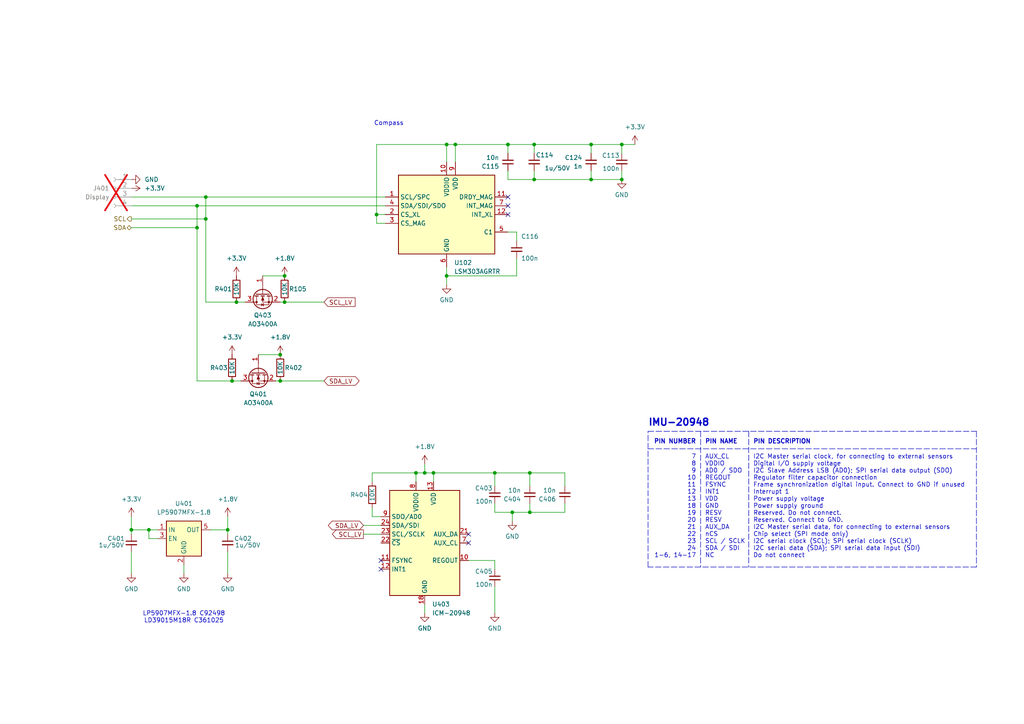
<source format=kicad_sch>
(kicad_sch (version 20250114) (generator "eeschema") (generator_version "9.0")
  (paper "A4")
  (title_block (title "SUB CPU") (date "2025-06-10") (rev "V2.1") (company "NicE Engineering"))
  (lib_symbols
    (symbol "+3.3V_1" (power) (pin_numbers (hide yes)) (pin_names (offset 0) (hide yes))
      (property "Value" "+3.3V" (at 0 3.556 0))
      (symbol "+3.3V_1_0_1"
        (polyline (pts (xy -0.762 1.27) (xy 0 2.54)))
        (polyline (pts (xy 0 2.54) (xy 0.762 1.27)))
        (polyline (pts (xy 0 0) (xy 0 2.54)))
      )
      (symbol "+3.3V_1_1_1"
        (pin power_in line (at 0 0 90) (length 0) (name "~") (number "1"))
      )
    )
    (symbol "Connector:Conn_01x04_Socket" (pin_names (offset 1.016) (hide yes))
      (property "Reference" "J" (at 0 5.08 0))
      (property "Value" "Conn_01x04_Socket" (at 0 -7.62 0))
      (symbol "Conn_01x04_Socket_1_1"
        (polyline (pts (xy -1.27 2.54) (xy -0.508 2.54)) (stroke (width 0.1524)))
        (polyline (pts (xy -1.27 0) (xy -0.508 0)) (stroke (width 0.1524)))
        (polyline (pts (xy -1.27 -2.54) (xy -0.508 -2.54)) (stroke (width 0.1524)))
        (polyline (pts (xy -1.27 -5.08) (xy -0.508 -5.08)) (stroke (width 0.1524)))
        (arc (start 0 2.032) (mid -0.5058 2.54) (end 0 3.048) (stroke (width 0.1524)))
        (arc (start 0 -0.508) (mid -0.5058 0) (end 0 0.508) (stroke (width 0.1524)))
        (arc (start 0 -3.048) (mid -0.5058 -2.54) (end 0 -2.032) (stroke (width 0.1524)))
        (arc (start 0 -5.588) (mid -0.5058 -5.08) (end 0 -4.572) (stroke (width 0.1524)))
        (pin passive line (at -5.08 2.54 0) (length 3.81) (name "Pin_1") (number "1"))
        (pin passive line (at -5.08 0 0) (length 3.81) (name "Pin_2") (number "2"))
        (pin passive line (at -5.08 -2.54 0) (length 3.81) (name "Pin_3") (number "3"))
        (pin passive line (at -5.08 -5.08 0) (length 3.81) (name "Pin_4") (number "4"))
      )
    )
    (symbol "Device:C_Small" (pin_numbers (hide yes)) (pin_names (offset 0.254) (hide yes))
      (property "Reference" "C" (at 0.254 1.778 0))
      (property "Value" "C_Small" (at 0.254 -2.032 0))
      (symbol "C_Small_0_1"
        (polyline (pts (xy -1.524 0.508) (xy 1.524 0.508)) (stroke (width 0.3048)))
        (polyline (pts (xy -1.524 -0.508) (xy 1.524 -0.508)) (stroke (width 0.3302)))
      )
      (symbol "C_Small_1_1"
        (pin passive line (at 0 2.54 270) (length 2.032) (name "~") (number "1"))
        (pin passive line (at 0 -2.54 90) (length 2.032) (name "~") (number "2"))
      )
    )
    (symbol "Device:R" (pin_numbers (hide yes)) (pin_names (offset 0))
      (property "Reference" "R" (at 2.032 0 90))
      (property "Value" "R" (at 0 0 90))
      (symbol "R_0_1"
        (rectangle (start -1.016 -2.54) (end 1.016 2.54) (stroke (width 0.254)))
      )
      (symbol "R_1_1"
        (pin passive line (at 0 3.81 270) (length 1.27) (name "~") (number "1"))
        (pin passive line (at 0 -3.81 90) (length 1.27) (name "~") (number "2"))
      )
    )
    (symbol "NicE:ICM-20948"
      (property "Reference" "U" (at -11.43 16.51 0))
      (property "Value" "ICM-20948" (at 7.62 -16.51 0))
      (symbol "ICM-20948_0_1"
        (rectangle (start -10.16 15.24) (end 10.16 -15.24) (stroke (width 0.254)) (fill (type background)))
      )
      (symbol "ICM-20948_1_1"
        (pin bidirectional line (at -12.7 7.62 0) (length 2.54) (name "SDO/AD0") (number "9"))
        (pin bidirectional line (at -12.7 5.08 0) (length 2.54) (name "SDA/SDI") (number "24"))
        (pin input line (at -12.7 2.54 0) (length 2.54) (name "SCL/SCLK") (number "23"))
        (pin input line (at -12.7 0 0) (length 2.54) (name "~{CS}") (number "22"))
        (pin input line (at -12.7 -5.08 0) (length 2.54) (name "FSYNC") (number "11"))
        (pin output line (at -12.7 -7.62 0) (length 2.54) (name "INT1") (number "12"))
        (pin no_connect line (at -10.16 12.7 0) (length 2.54) (hide yes) (name "NC") (number "1"))
        (pin no_connect line (at -10.16 10.16 0) (length 2.54) (hide yes) (name "NC") (number "2"))
        (pin no_connect line (at -10.16 -2.54 0) (length 2.54) (hide yes) (name "NC") (number "3"))
        (pin no_connect line (at -10.16 -10.16 0) (length 2.54) (hide yes) (name "NC") (number "4"))
        (pin no_connect line (at -10.16 -12.7 0) (length 2.54) (hide yes) (name "NC") (number "5"))
        (pin power_in line (at -2.54 17.78 270) (length 2.54) (name "VDDIO") (number "8"))
        (pin power_in line (at 0 -17.78 90) (length 2.54) (name "GND") (number "18"))
        (pin passive line (at 0 -17.78 90) (length 2.54) (hide yes) (name "GND") (number "20"))
        (pin power_in line (at 2.54 17.78 270) (length 2.54) (name "VDD") (number "13"))
        (pin no_connect line (at 10.16 10.16 180) (length 2.54) (hide yes) (name "NC") (number "6"))
        (pin no_connect line (at 10.16 7.62 180) (length 2.54) (hide yes) (name "NC") (number "14"))
        (pin no_connect line (at 10.16 5.08 180) (length 2.54) (hide yes) (name "NC") (number "15"))
        (pin no_connect line (at 10.16 -7.62 180) (length 2.54) (hide yes) (name "NC") (number "16"))
        (pin no_connect line (at 10.16 -10.16 180) (length 2.54) (hide yes) (name "NC") (number "17"))
        (pin no_connect line (at 10.16 -12.7 180) (length 2.54) (hide yes) (name "RESV") (number "19"))
        (pin bidirectional line (at 12.7 2.54 180) (length 2.54) (name "AUX_DA") (number "21"))
        (pin output line (at 12.7 0 180) (length 2.54) (name "AUX_CL") (number "7"))
        (pin passive line (at 12.7 -5.08 180) (length 2.54) (name "REGOUT") (number "10"))
      )
    )
    (symbol "Regulator_Linear:LP5907MFX-1.8"
      (property "Reference" "U" (at -3.81 6.35 0))
      (property "Value" "LP5907MFX-1.8" (at 6.35 6.35 0))
      (symbol "LP5907MFX-1.8_0_1"
        (rectangle (start -5.08 -5.08) (end 5.08 5.08) (stroke (width 0.254)) (fill (type background)))
        (pin power_in line (at -7.62 2.54 0) (length 2.54) (name "IN") (number "1"))
        (pin input line (at -7.62 0 0) (length 2.54) (name "EN") (number "3"))
        (pin power_in line (at 0 -7.62 90) (length 2.54) (name "GND") (number "2"))
        (pin no_connect line (at 5.08 0 180) (length 2.54) (hide yes) (name "NC") (number "4"))
        (pin power_out line (at 7.62 2.54 180) (length 2.54) (name "OUT") (number "5"))
      )
    )
    (symbol "Sensor_Motion:LSM303C"
      (property "Reference" "U" (at -11.43 15.24 0))
      (property "Value" "LSM303C" (at -5.08 13.97 0))
      (symbol "LSM303C_0_1"
        (rectangle (start 13.97 11.43) (end -13.97 -11.43) (stroke (width 0.254)) (fill (type background)))
      )
      (symbol "LSM303C_1_1"
        (pin input line (at -17.78 5.08 0) (length 3.81) (name "SCL/SPC") (number "1"))
        (pin bidirectional line (at -17.78 2.54 0) (length 3.81) (name "SDA/SDI/SDO") (number "4"))
        (pin input line (at -17.78 0 0) (length 3.81) (name "CS_XL") (number "2"))
        (pin input line (at -17.78 -2.54 0) (length 3.81) (name "CS_MAG") (number "3"))
        (pin power_in line (at 0 15.24 270) (length 3.81) (name "VDDIO") (number "10"))
        (pin power_in line (at 0 -15.24 90) (length 3.81) (name "GND") (number "6"))
        (pin passive line (at 0 -15.24 90) (length 3.81) (hide yes) (name "GND") (number "8"))
        (pin power_in line (at 2.54 15.24 270) (length 3.81) (name "VDD") (number "9"))
        (pin output line (at 17.78 5.08 180) (length 3.81) (name "DRDY_MAG") (number "11"))
        (pin output line (at 17.78 2.54 180) (length 3.81) (name "INT_MAG") (number "7"))
        (pin output line (at 17.78 0 180) (length 3.81) (name "INT_XL") (number "12"))
        (pin passive line (at 17.78 -5.08 180) (length 3.81) (name "C1") (number "5"))
      )
    )
    (symbol "Transistor_FET:AO3400A" (pin_names (offset 0) (hide yes))
      (property "Reference" "Q" (at 5.08 1.905 0))
      (property "Value" "AO3400A" (at 5.08 0 0))
      (symbol "AO3400A_0_1"
        (polyline (pts (xy 0.254 1.905) (xy 0.254 -1.905)) (stroke (width 0.254)))
        (polyline (pts (xy 0.254 0) (xy -2.54 0)))
        (polyline (pts (xy 0.762 2.286) (xy 0.762 1.27)) (stroke (width 0.254)))
        (polyline (pts (xy 0.762 0.508) (xy 0.762 -0.508)) (stroke (width 0.254)))
        (polyline (pts (xy 0.762 -1.27) (xy 0.762 -2.286)) (stroke (width 0.254)))
        (polyline (pts (xy 0.762 -1.778) (xy 3.302 -1.778) (xy 3.302 1.778) (xy 0.762 1.778)))
        (polyline (pts (xy 1.016 0) (xy 2.032 0.381) (xy 2.032 -0.381) (xy 1.016 0)) (fill (type outline)))
        (circle (center 1.651 0) (radius 2.794) (stroke (width 0.254)))
        (polyline (pts (xy 2.54 2.54) (xy 2.54 1.778)))
        (circle (center 2.54 1.778) (radius 0.254) (fill (type outline)))
        (circle (center 2.54 -1.778) (radius 0.254) (fill (type outline)))
        (polyline (pts (xy 2.54 -2.54) (xy 2.54 0) (xy 0.762 0)))
        (polyline (pts (xy 2.921 0.381) (xy 3.683 0.381)))
        (polyline (pts (xy 3.302 0.381) (xy 2.921 -0.254) (xy 3.683 -0.254) (xy 3.302 0.381)))
      )
      (symbol "AO3400A_1_1"
        (pin input line (at -5.08 0 0) (length 2.54) (name "G") (number "1"))
        (pin passive line (at 2.54 5.08 270) (length 2.54) (name "D") (number "3"))
        (pin passive line (at 2.54 -5.08 90) (length 2.54) (name "S") (number "2"))
      )
    )
    (symbol "power:+3.3V" (power) (pin_names (offset 0))
      (property "Value" "+3.3V" (at 0 3.556 0))
      (symbol "+3.3V_0_1"
        (polyline (pts (xy -0.762 1.27) (xy 0 2.54)))
        (polyline (pts (xy 0 2.54) (xy 0.762 1.27)))
        (polyline (pts (xy 0 0) (xy 0 2.54)))
      )
      (symbol "+3.3V_1_1"
        (pin power_in line (at 0 0 90) (length 0) (hide yes) (name "+3.3V") (number "1"))
      )
    )
    (symbol "power:GND" (power) (pin_names (offset 0))
      (property "Value" "GND" (at 0 -3.81 0))
      (symbol "GND_0_1"
        (polyline (pts (xy 0 0) (xy 0 -1.27) (xy 1.27 -1.27) (xy 0 -2.54) (xy -1.27 -1.27) (xy 0 -1.27)))
      )
      (symbol "GND_1_1"
        (pin power_in line (at 0 0 270) (length 0) (hide yes) (name "GND") (number "1"))
      )
    )
  )
  (text "LP5907MFX-1.8 C92498\nLD39015M18R C361025\n" (at 53.34 179.07 0) (effects (font (size 1.27 1.27))))
  (text "PIN DESCRIPTION" (at 218.44 128.905 0) (effects (font (size 1.27 1.27) (thickness 0.254) (bold yes)) (justify left bottom)))
  (text "PIN NAME" (at 204.47 128.905 0) (effects (font (size 1.27 1.27) (thickness 0.254) (bold yes)) (justify left bottom)))
  (text "AUX_CL\nVDDIO\nAD0 / SDO\nREGOUT\nFSYNC\nINT1\nVDD\nGND\nRESV\nRESV\nAUX_DA\nnCS\nSCL / SCLK\nSDA / SDI\nNC" (at 204.47 161.925 0) (effects (font (size 1.27 1.27)) (justify left bottom)))
  (text "I2C Master serial clock, for connecting to external sensors\nDigital I/O supply voltage\nI2C Slave Address LSB (AD0); SPI serial data output (SDO)\nRegulator filter capacitor connection\nFrame synchronization digital input. Connect to GND if unused\nInterrupt 1\nPower supply voltage\nPower supply ground\nReserved. Do not connect.\nReserved. Connect to GND.\nI2C Master serial data, for connecting to external sensors\nChip select (SPI mode only)\nI2C serial clock (SCL); SPI serial clock (SCLK)\nI2C serial data (SDA); SPI serial data input (SDI)\nDo not connect" (at 218.44 161.925 0) (effects (font (size 1.27 1.27)) (justify left bottom)))
  (text "Compass" (at 108.458 36.576 0) (effects (font (size 1.27 1.27)) (justify left bottom)))
  (text "7\n8\n9\n10\n11\n12\n13\n18\n19\n20\n21\n22\n23\n24\n1-6, 14-17" (at 201.93 161.925 0) (effects (font (size 1.27 1.27)) (justify right bottom)))
  (text "IMU-20948" (at 187.96 123.825 0) (effects (font (size 2.0066 2.0066) (thickness 0.4013) (bold yes)) (justify left bottom)))
  (text "PIN NUMBER" (at 201.93 128.905 0) (effects (font (size 1.27 1.27) (thickness 0.254) (bold yes)) (justify right bottom)))
  (junction (at 120.65 137.16))
  (junction (at 171.45 41.91))
  (junction (at 57.15 66.04))
  (junction (at 154.94 52.07))
  (junction (at 81.28 110.49))
  (junction (at 147.32 41.91))
  (junction (at 59.69 63.5))
  (junction (at 129.54 80.01))
  (junction (at 43.18 153.67))
  (junction (at 153.67 148.59))
  (junction (at 66.04 153.67))
  (junction (at 129.54 41.91))
  (junction (at 81.28 102.87))
  (junction (at 153.67 137.16))
  (junction (at 82.55 87.63))
  (junction (at 171.45 52.07))
  (junction (at 154.94 41.91))
  (junction (at 57.15 59.69))
  (junction (at 180.34 52.07))
  (junction (at 125.73 137.16))
  (junction (at 109.22 62.23))
  (junction (at 132.08 41.91))
  (junction (at 148.59 148.59))
  (junction (at 123.19 137.16))
  (junction (at 38.1 153.67))
  (junction (at 68.58 87.63))
  (junction (at 143.51 137.16))
  (junction (at 67.31 110.49))
  (junction (at 82.55 80.01))
  (junction (at 180.34 41.91))
  (junction (at 59.69 57.15))
  (no_connect (at 135.89 154.94))
  (no_connect (at 147.32 59.69))
  (no_connect (at 147.32 57.15))
  (no_connect (at 110.49 162.56))
  (no_connect (at 147.32 62.23))
  (no_connect (at 110.49 165.1))
  (no_connect (at 135.89 157.48))
  (wire (pts (xy 53.34 166.37) (xy 53.34 163.83)))
  (wire (pts (xy 171.45 41.91) (xy 171.45 44.45)))
  (wire (pts (xy 110.49 149.86) (xy 107.95 149.86)))
  (wire (pts (xy 105.41 152.4) (xy 110.49 152.4)))
  (wire (pts (xy 38.1 63.5) (xy 59.69 63.5)))
  (wire (pts (xy 81.28 102.87) (xy 74.93 102.87)))
  (wire (pts (xy 105.41 154.94) (xy 110.49 154.94)))
  (wire (pts (xy 143.51 162.56) (xy 143.51 165.1)))
  (wire (pts (xy 149.86 67.31) (xy 149.86 69.85)))
  (wire (pts (xy 38.1 154.94) (xy 38.1 153.67)))
  (polyline (pts (xy 187.96 164.465) (xy 187.96 125.095)) (stroke (width 0) (type dash)))
  (wire (pts (xy 129.54 41.91) (xy 132.08 41.91)))
  (polyline (pts (xy 203.2 125.095) (xy 203.2 164.465)) (stroke (width 0) (type dash)))
  (wire (pts (xy 107.95 137.16) (xy 120.65 137.16)))
  (wire (pts (xy 38.1 59.69) (xy 57.15 59.69)))
  (polyline (pts (xy 217.17 125.095) (xy 217.17 164.465)) (stroke (width 0) (type dash)))
  (wire (pts (xy 125.73 137.16) (xy 125.73 139.7)))
  (wire (pts (xy 123.19 137.16) (xy 125.73 137.16)))
  (wire (pts (xy 38.1 66.04) (xy 57.15 66.04)))
  (wire (pts (xy 148.59 148.59) (xy 153.67 148.59)))
  (wire (pts (xy 154.94 41.91) (xy 147.32 41.91)))
  (wire (pts (xy 163.83 148.59) (xy 153.67 148.59)))
  (wire (pts (xy 125.73 137.16) (xy 143.51 137.16)))
  (wire (pts (xy 69.85 110.49) (xy 67.31 110.49)))
  (wire (pts (xy 129.54 41.91) (xy 129.54 46.99)))
  (wire (pts (xy 154.94 52.07) (xy 147.32 52.07)))
  (wire (pts (xy 59.69 57.15) (xy 111.76 57.15)))
  (wire (pts (xy 180.34 52.07) (xy 180.34 49.53)))
  (wire (pts (xy 153.67 148.59) (xy 153.67 146.05)))
  (wire (pts (xy 132.08 41.91) (xy 132.08 46.99)))
  (wire (pts (xy 154.94 49.53) (xy 154.94 52.07)))
  (wire (pts (xy 143.51 146.05) (xy 143.51 148.59)))
  (wire (pts (xy 81.28 110.49) (xy 80.01 110.49)))
  (wire (pts (xy 154.94 52.07) (xy 171.45 52.07)))
  (wire (pts (xy 153.67 137.16) (xy 163.83 137.16)))
  (wire (pts (xy 154.94 41.91) (xy 171.45 41.91)))
  (wire (pts (xy 143.51 137.16) (xy 143.51 140.97)))
  (wire (pts (xy 109.22 41.91) (xy 129.54 41.91)))
  (polyline (pts (xy 187.96 125.095) (xy 283.21 125.095)) (stroke (width 0) (type dash)))
  (wire (pts (xy 38.1 149.86) (xy 38.1 153.67)))
  (wire (pts (xy 123.19 177.8) (xy 123.19 175.26)))
  (wire (pts (xy 180.34 41.91) (xy 180.34 44.45)))
  (wire (pts (xy 129.54 80.01) (xy 129.54 77.47)))
  (wire (pts (xy 57.15 66.04) (xy 57.15 59.69)))
  (wire (pts (xy 143.51 148.59) (xy 148.59 148.59)))
  (wire (pts (xy 149.86 80.01) (xy 129.54 80.01)))
  (wire (pts (xy 45.72 156.21) (xy 43.18 156.21)))
  (wire (pts (xy 57.15 59.69) (xy 111.76 59.69)))
  (polyline (pts (xy 283.21 164.465) (xy 187.96 164.465)) (stroke (width 0) (type dash)))
  (wire (pts (xy 154.94 41.91) (xy 154.94 44.45)))
  (wire (pts (xy 109.22 64.77) (xy 111.76 64.77)))
  (polyline (pts (xy 187.96 130.175) (xy 283.21 130.175)) (stroke (width 0) (type dash)))
  (wire (pts (xy 93.98 110.49) (xy 81.28 110.49)))
  (wire (pts (xy 38.1 166.37) (xy 38.1 160.02)))
  (wire (pts (xy 109.22 41.91) (xy 109.22 62.23)))
  (wire (pts (xy 68.58 87.63) (xy 59.69 87.63)))
  (wire (pts (xy 82.55 80.01) (xy 76.2 80.01)))
  (wire (pts (xy 129.54 82.55) (xy 129.54 80.01)))
  (wire (pts (xy 147.32 41.91) (xy 132.08 41.91)))
  (wire (pts (xy 120.65 139.7) (xy 120.65 137.16)))
  (wire (pts (xy 82.55 87.63) (xy 81.28 87.63)))
  (wire (pts (xy 171.45 49.53) (xy 171.45 52.07)))
  (wire (pts (xy 148.59 148.59) (xy 148.59 151.13)))
  (wire (pts (xy 123.19 134.62) (xy 123.19 137.16)))
  (wire (pts (xy 67.31 110.49) (xy 57.15 110.49)))
  (polyline (pts (xy 283.21 125.095) (xy 283.21 164.465)) (stroke (width 0) (type dash)))
  (wire (pts (xy 59.69 63.5) (xy 59.69 87.63)))
  (wire (pts (xy 120.65 137.16) (xy 123.19 137.16)))
  (wire (pts (xy 107.95 149.86) (xy 107.95 147.32)))
  (wire (pts (xy 184.15 41.91) (xy 180.34 41.91)))
  (wire (pts (xy 153.67 137.16) (xy 153.67 140.97)))
  (wire (pts (xy 66.04 154.94) (xy 66.04 153.67)))
  (wire (pts (xy 43.18 156.21) (xy 43.18 153.67)))
  (wire (pts (xy 109.22 62.23) (xy 109.22 64.77)))
  (wire (pts (xy 163.83 137.16) (xy 163.83 140.97)))
  (wire (pts (xy 147.32 67.31) (xy 149.86 67.31)))
  (wire (pts (xy 149.86 74.93) (xy 149.86 80.01)))
  (wire (pts (xy 107.95 139.7) (xy 107.95 137.16)))
  (wire (pts (xy 59.69 57.15) (xy 59.69 63.5)))
  (wire (pts (xy 57.15 110.49) (xy 57.15 66.04)))
  (wire (pts (xy 171.45 41.91) (xy 180.34 41.91)))
  (wire (pts (xy 66.04 166.37) (xy 66.04 160.02)))
  (wire (pts (xy 93.98 87.63) (xy 82.55 87.63)))
  (wire (pts (xy 147.32 49.53) (xy 147.32 52.07)))
  (wire (pts (xy 147.32 41.91) (xy 147.32 44.45)))
  (wire (pts (xy 171.45 52.07) (xy 180.34 52.07)))
  (wire (pts (xy 66.04 149.86) (xy 66.04 153.67)))
  (wire (pts (xy 111.76 62.23) (xy 109.22 62.23)))
  (wire (pts (xy 135.89 162.56) (xy 143.51 162.56)))
  (wire (pts (xy 143.51 137.16) (xy 153.67 137.16)))
  (wire (pts (xy 38.1 153.67) (xy 43.18 153.67)))
  (wire (pts (xy 143.51 170.18) (xy 143.51 177.8)))
  (wire (pts (xy 43.18 153.67) (xy 45.72 153.67)))
  (wire (pts (xy 71.12 87.63) (xy 68.58 87.63)))
  (wire (pts (xy 163.83 146.05) (xy 163.83 148.59)))
  (wire (pts (xy 38.1 57.15) (xy 59.69 57.15)))
  (wire (pts (xy 60.96 153.67) (xy 66.04 153.67)))
  (global_label "SCL_LV" (shape input) (at 93.98 87.63 0) (property "Intersheetrefs" "${INTERSHEET_REFS}" (effects (hide yes))))
  (global_label "SDA_LV" (shape bidirectional) (at 93.98 110.49 0) (property "Intersheetrefs" "${INTERSHEET_REFS}" (effects (hide yes))))
  (global_label "SDA_LV" (shape bidirectional) (at 105.41 152.4 180) (property "Intersheetrefs" "${INTERSHEET_REFS}" (effects (hide yes))))
  (global_label "SCL_LV" (shape output) (at 105.41 154.94 180) (property "Intersheetrefs" "${INTERSHEET_REFS}" (effects (hide yes))))
  (hierarchical_label "SCL" (shape output) (at 38.1 63.5 180))
  (hierarchical_label "SDA" (shape bidirectional) (at 38.1 66.04 180))
  (symbol (lib_id "NicE:ICM-20948") (at 123.19 157.48 0) (unit 1)
    (property "Reference" "U403" (at 125.3333 175.26 0) (effects (justify left)))
    (property "Value" "ICM-20948" (at 125.3333 177.8 0) (effects (justify left)))
    (property "Footprint" "Sensor_Motion:InvenSense_QFN-24_3x3mm_P0.4mm" (effects (hide yes)))
    (property "Datasheet" "http://www.invensense.com/wp-content/uploads/2016/06/DS-000189-ICM-20948-v1.3.pdf" (effects (hide yes)))
    (property "Description" "InvenSense 9-Axis Motion Sensor, Accelerometer, Gyroscope, Compass, I2C/SPI, QFN-24" (effects (hide yes)))
    (property "lcsc" "C726001" (effects (hide yes)))
  )
  (symbol (lib_id "power:GND") (at 148.59 151.13 0) (unit 1)
    (property "Reference" "#PWR0415" (effects (hide yes)))
    (property "Value" "GND" (at 148.59 155.575 0))
  )
  (symbol (lib_id "power:GND") (at 180.34 52.07 0) (unit 1)
    (property "Reference" "#PWR0120" (effects (hide yes)))
    (property "Value" "GND" (at 180.34 56.515 0))
  )
  (symbol (lib_id "power:+3.3V") (at 68.58 80.01 0) (mirror y) (unit 1)
    (property "Reference" "#PWR0410" (effects (hide yes)))
    (property "Value" "+3.3V" (at 68.58 74.93 0))
  )
  (symbol (lib_id "Device:R") (at 68.58 83.82 0) (mirror y) (unit 1)
    (property "Reference" "R401" (at 67.31 83.82 0) (effects (justify left)))
    (property "Value" "10K" (at 68.58 83.82 90))
    (property "Footprint" "A_Device:R_0603" (effects (hide yes)))
    (property "Farnell" "2331736" (effects (hide yes)))
    (property "MF" "TE CONNECTIVITY" (effects (hide yes)))
    (property "MFN" "CRGH0603F10K" (effects (hide yes)))
    (property "LCSC" "C25804" (effects (hide yes)))
  )
  (symbol (lib_name "+3.3V_1") (lib_id "power:+3.3V") (at 81.28 102.87 0) (mirror y) (unit 1)
    (property "Reference" "#PWR0411" (effects (hide yes)))
    (property "Value" "+1.8V" (at 81.28 97.79 0))
    (property "Description" "Power symbol creates a global label with name \"+3.3V\"" (effects (hide yes)))
  )
  (symbol (lib_id "power:GND") (at 129.54 82.55 0) (unit 1)
    (property "Reference" "#PWR0124" (effects (hide yes)))
    (property "Value" "GND" (at 129.54 86.995 0))
  )
  (symbol (lib_id "Device:R") (at 67.31 106.68 0) (mirror y) (unit 1)
    (property "Reference" "R403" (at 66.04 106.68 0) (effects (justify left)))
    (property "Value" "10K" (at 67.31 106.68 90))
    (property "Footprint" "A_Device:R_0603" (effects (hide yes)))
    (property "Farnell" "2331736" (effects (hide yes)))
    (property "MF" "TE CONNECTIVITY" (effects (hide yes)))
    (property "MFN" "CRGH0603F10K" (effects (hide yes)))
    (property "LCSC" "C25804" (effects (hide yes)))
  )
  (symbol (lib_id "power:GND") (at 143.51 177.8 0) (unit 1)
    (property "Reference" "#PWR0416" (effects (hide yes)))
    (property "Value" "GND" (at 143.51 182.245 0))
  )
  (symbol (lib_id "power:+3.3V") (at 184.15 41.91 0) (unit 1)
    (property "Reference" "#PWR0123" (effects (hide yes)))
    (property "Value" "+3.3V" (at 184.15 36.83 0))
  )
  (symbol (lib_id "power:GND") (at 66.04 166.37 0) (unit 1)
    (property "Reference" "#PWR0408" (effects (hide yes)))
    (property "Value" "GND" (at 66.04 170.815 0))
  )
  (symbol (lib_name "+3.3V_1") (lib_id "power:+3.3V") (at 123.19 134.62 0) (unit 1)
    (property "Reference" "#PWR0413" (effects (hide yes)))
    (property "Value" "+1.8V" (at 123.19 129.54 0))
    (property "Description" "Power symbol creates a global label with name \"+3.3V\"" (effects (hide yes)))
  )
  (symbol (lib_id "Connector:Conn_01x04_Socket") (at 33.02 54.61 0) (mirror y) (unit 1) (in_bom no) (dnp yes)
    (property "Reference" "J401" (at 31.75 54.61 0) (effects (justify left)))
    (property "Value" "Display" (at 31.75 57.15 0) (effects (justify left)))
    (property "Footprint" "A_Connector:Header_1x04_P2.54_Male" (effects (hide yes)))
  )
  (symbol (lib_id "Device:C_Small") (at 66.04 157.48 0) (mirror y) (unit 1)
    (property "Reference" "C402" (at 73.025 156.21 0) (effects (justify left)))
    (property "Value" "1u/50V" (at 75.565 158.115 0) (effects (justify left)))
    (property "Footprint" "A_Device:C_0603" (effects (hide yes)))
    (property "LCSC" "C15849" (effects (hide yes)))
  )
  (symbol (lib_id "Device:C_Small") (at 171.45 46.99 0) (mirror x) (unit 1)
    (property "Reference" "C124" (at 168.91 45.7135 0) (effects (justify right)))
    (property "Value" "1n" (at 168.91 48.2535 0) (effects (justify right)))
    (property "Footprint" "A_Device:C_0603" (effects (hide yes)))
    (property "LCSC" "C1588" (effects (hide yes)))
  )
  (symbol (lib_name "+3.3V_1") (lib_id "power:+3.3V") (at 82.55 80.01 0) (mirror y) (unit 1)
    (property "Reference" "#PWR0404" (effects (hide yes)))
    (property "Value" "+1.8V" (at 82.55 74.93 0))
    (property "Description" "Power symbol creates a global label with name \"+3.3V\"" (effects (hide yes)))
  )
  (symbol (lib_id "Transistor_FET:AO3400A") (at 76.2 85.09 90) (mirror x) (unit 1)
    (property "Reference" "Q403" (at 76.2 91.44 90))
    (property "Value" "AO3400A" (at 76.2 93.98 90))
    (property "Footprint" "Package_TO_SOT_SMD:SOT-23" (effects (hide yes)))
    (property "Datasheet" "http://www.aosmd.com/pdfs/datasheet/AO3400A.pdf" (effects (hide yes)))
    (property "Description" "30V Vds, 5.7A Id, N-Channel MOSFET, SOT-23" (effects (hide yes)))
  )
  (symbol (lib_id "power:GND") (at 53.34 166.37 0) (unit 1)
    (property "Reference" "#PWR0406" (effects (hide yes)))
    (property "Value" "GND" (at 53.34 170.815 0))
  )
  (symbol (lib_id "Device:C_Small") (at 153.67 143.51 180) (unit 1)
    (property "Reference" "C404" (at 151.13 144.7737 0) (effects (justify left)))
    (property "Value" "10n" (at 151.13 142.2337 0) (effects (justify left)))
    (property "Footprint" "A_Device:C_0603" (effects (hide yes)))
    (property "LCSC" "C57112" (effects (hide yes)))
  )
  (symbol (lib_id "Device:R") (at 82.55 83.82 0) (unit 1)
    (property "Reference" "R105" (at 83.82 83.82 0) (effects (justify left)))
    (property "Value" "10K" (at 82.55 83.82 90))
    (property "Footprint" "A_Device:R_0603" (effects (hide yes)))
    (property "Farnell" "2331736" (effects (hide yes)))
    (property "MF" "TE CONNECTIVITY" (effects (hide yes)))
    (property "MFN" "CRGH0603F10K" (effects (hide yes)))
    (property "LCSC" "C25804" (effects (hide yes)))
  )
  (symbol (lib_id "Device:C_Small") (at 147.32 46.99 180) (unit 1)
    (property "Reference" "C115" (at 144.78 48.2537 0) (effects (justify left)))
    (property "Value" "10n" (at 144.78 45.7137 0) (effects (justify left)))
    (property "Footprint" "A_Device:C_0603" (effects (hide yes)))
    (property "LCSC" "C57112" (effects (hide yes)))
  )
  (symbol (lib_id "power:+3.3V") (at 67.31 102.87 0) (mirror y) (unit 1)
    (property "Reference" "#PWR0412" (effects (hide yes)))
    (property "Value" "+3.3V" (at 67.31 97.79 0))
  )
  (symbol (lib_id "Sensor_Motion:LSM303C") (at 129.54 62.23 0) (unit 1)
    (property "Reference" "U102" (at 131.7341 76.2 0) (effects (justify left)))
    (property "Value" "LSM303AGRTR" (at 131.7341 78.74 0) (effects (justify left)))
    (property "Footprint" "A_Device:LGA-12_2x2mm_P0.5mm" (effects (hide yes)))
    (property "Datasheet" "www.st.com/resource/en/datasheet/lsm303c.pdf" (effects (hide yes)))
    (property "LCSC" "C126671" (effects (hide yes)))
  )
  (symbol (lib_id "Device:C_Small") (at 149.86 72.39 0) (unit 1)
    (property "Reference" "C116" (at 151.13 68.58 0) (effects (justify left)))
    (property "Value" "100n" (at 151.13 74.93 0) (effects (justify left)))
    (property "Footprint" "A_Device:C_0603" (effects (hide yes)))
    (property "LCSC" "C14663" (effects (hide yes)))
  )
  (symbol (lib_id "Transistor_FET:AO3400A") (at 74.93 107.95 90) (mirror x) (unit 1)
    (property "Reference" "Q401" (at 74.93 114.3 90))
    (property "Value" "AO3400A" (at 74.93 116.84 90))
    (property "Footprint" "Package_TO_SOT_SMD:SOT-23" (effects (hide yes)))
    (property "Datasheet" "http://www.aosmd.com/pdfs/datasheet/AO3400A.pdf" (effects (hide yes)))
    (property "Description" "30V Vds, 5.7A Id, N-Channel MOSFET, SOT-23" (effects (hide yes)))
  )
  (symbol (lib_id "power:GND") (at 38.1 52.07 90) (mirror x) (unit 1)
    (property "Reference" "#PWR0402" (effects (hide yes)))
    (property "Value" "GND" (at 41.91 52.07 90) (effects (justify right)))
  )
  (symbol (lib_id "power:GND") (at 123.19 177.8 0) (unit 1)
    (property "Reference" "#PWR0414" (effects (hide yes)))
    (property "Value" "GND" (at 123.19 182.245 0))
  )
  (symbol (lib_id "power:+3.3V") (at 38.1 54.61 270) (mirror x) (unit 1)
    (property "Reference" "#PWR0401" (effects (hide yes)))
    (property "Value" "+3.3V" (at 41.91 54.61 90) (effects (justify left)))
  )
  (symbol (lib_id "Device:R") (at 107.95 143.51 0) (mirror y) (unit 1)
    (property "Reference" "R404" (at 106.68 143.51 0) (effects (justify left)))
    (property "Value" "10K" (at 107.95 143.51 90))
    (property "Footprint" "A_Device:R_0603" (effects (hide yes)))
    (property "Farnell" "2331736" (effects (hide yes)))
    (property "MF" "TE CONNECTIVITY" (effects (hide yes)))
    (property "MFN" "CRGH0603F10K" (effects (hide yes)))
    (property "LCSC" "C25804" (effects (hide yes)))
  )
  (symbol (lib_id "Device:C_Small") (at 143.51 167.64 0) (mirror y) (unit 1)
    (property "Reference" "C405" (at 142.875 165.735 0) (effects (justify left)))
    (property "Value" "100n" (at 142.875 169.545 0) (effects (justify left)))
    (property "Footprint" "A_Device:C_0603" (effects (hide yes)))
    (property "LCSC" "C14663" (effects (hide yes)))
  )
  (symbol (lib_name "+3.3V_1") (lib_id "power:+3.3V") (at 66.04 149.86 0) (unit 1)
    (property "Reference" "#PWR0409" (effects (hide yes)))
    (property "Value" "+1.8V" (at 66.04 144.78 0))
    (property "Description" "Power symbol creates a global label with name \"+3.3V\"" (effects (hide yes)))
  )
  (symbol (lib_id "Device:R") (at 81.28 106.68 0) (unit 1)
    (property "Reference" "R402" (at 82.55 106.68 0) (effects (justify left)))
    (property "Value" "10K" (at 81.28 106.68 90))
    (property "Footprint" "A_Device:R_0603" (effects (hide yes)))
    (property "Farnell" "2331736" (effects (hide yes)))
    (property "MF" "TE CONNECTIVITY" (effects (hide yes)))
    (property "MFN" "CRGH0603F10K" (effects (hide yes)))
    (property "LCSC" "C25804" (effects (hide yes)))
  )
  (symbol (lib_id "Device:C_Small") (at 180.34 46.99 0) (mirror y) (unit 1)
    (property "Reference" "C113" (at 179.705 45.085 0) (effects (justify left)))
    (property "Value" "100n" (at 179.705 48.895 0) (effects (justify left)))
    (property "Footprint" "A_Device:C_0603" (effects (hide yes)))
    (property "LCSC" "C14663" (effects (hide yes)))
  )
  (symbol (lib_id "Device:C_Small") (at 38.1 157.48 0) (unit 1)
    (property "Reference" "C401" (at 31.115 156.21 0) (effects (justify left)))
    (property "Value" "1u/50V" (at 28.575 158.115 0) (effects (justify left)))
    (property "Footprint" "A_Device:C_0603" (effects (hide yes)))
    (property "LCSC" "C15849" (effects (hide yes)))
  )
  (symbol (lib_id "Device:C_Small") (at 163.83 143.51 180) (unit 1)
    (property "Reference" "C406" (at 161.29 144.7737 0) (effects (justify left)))
    (property "Value" "10n" (at 161.29 142.2337 0) (effects (justify left)))
    (property "Footprint" "A_Device:C_0603" (effects (hide yes)))
    (property "LCSC" "C57112" (effects (hide yes)))
  )
  (symbol (lib_id "power:GND") (at 38.1 166.37 0) (unit 1)
    (property "Reference" "#PWR0407" (effects (hide yes)))
    (property "Value" "GND" (at 38.1 170.815 0))
  )
  (symbol (lib_id "Regulator_Linear:LP5907MFX-1.8") (at 53.34 156.21 0) (unit 1)
    (property "Reference" "U401" (at 53.34 146.05 0))
    (property "Value" "LP5907MFX-1.8" (at 53.34 148.59 0))
    (property "Footprint" "Package_TO_SOT_SMD:SOT-23-5" (effects (hide yes)))
    (property "Datasheet" "http://www.ti.com/lit/ds/symlink/lp5907.pdf" (effects (hide yes)))
    (property "Description" "250-mA Ultra-Low-Noise Low-IQ LDO, 1.8V, SOT-23" (effects (hide yes)))
  )
  (symbol (lib_id "Device:C_Small") (at 154.94 46.99 0) (mirror y) (unit 1)
    (property "Reference" "C114" (at 160.528 44.958 0) (effects (justify left)))
    (property "Value" "1u/50V" (at 165.354 48.768 0) (effects (justify left)))
    (property "Footprint" "A_Device:C_0603" (effects (hide yes)))
    (property "LCSC" "C15849" (effects (hide yes)))
  )
  (symbol (lib_id "power:+3.3V") (at 38.1 149.86 0) (mirror y) (unit 1)
    (property "Reference" "#PWR0119" (effects (hide yes)))
    (property "Value" "+3.3V" (at 38.1 144.78 0))
  )
  (symbol (lib_id "Device:C_Small") (at 143.51 143.51 0) (mirror y) (unit 1)
    (property "Reference" "C403" (at 142.875 141.605 0) (effects (justify left)))
    (property "Value" "100n" (at 142.875 145.415 0) (effects (justify left)))
    (property "Footprint" "A_Device:C_0603" (effects (hide yes)))
    (property "LCSC" "C14663" (effects (hide yes)))
  )
)
</source>
